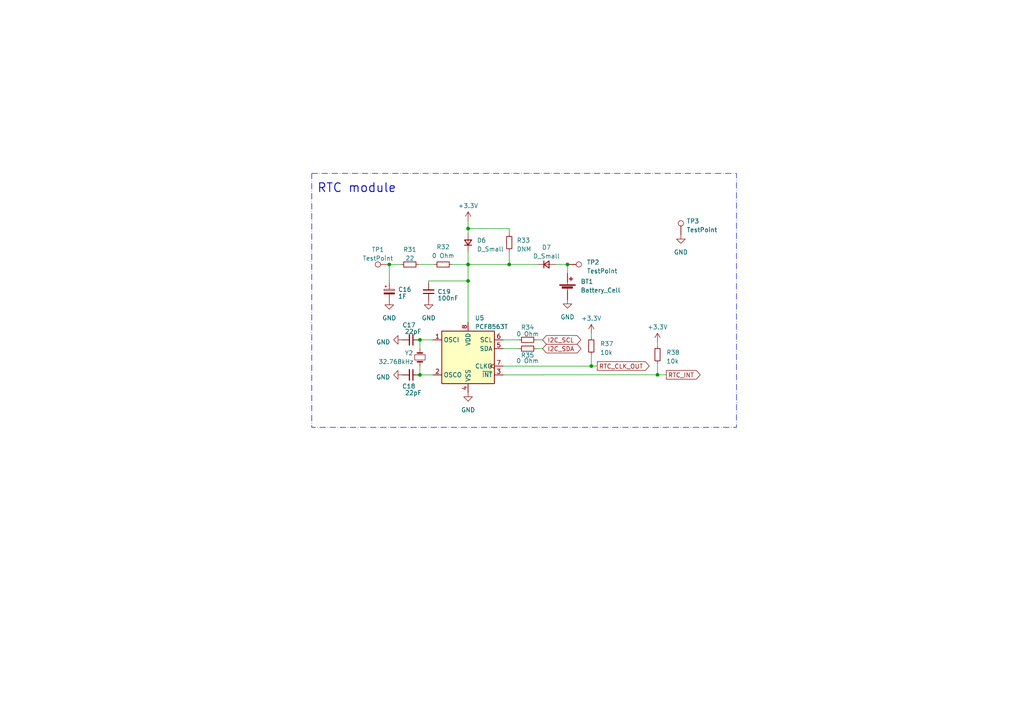
<source format=kicad_sch>
(kicad_sch (version 20230121) (generator eeschema)
  (paper "A4")
  (lib_symbols
    (symbol "Connector:TestPoint" (pin_numbers hide) (pin_names (offset 0.762) hide)
      (property "Reference" "TP" (at 0 6.858 0))
      (property "Value" "TestPoint" (at 0 5.08 0))
      (symbol "TestPoint_0_1"
        (circle (center 0 3.302) (radius 0.762))
      )
      (symbol "TestPoint_1_1"
        (pin passive line (at 0 0 90) (length 2.54) (name "1") (number "1"))
      )
    )
    (symbol "Device:Battery_Cell" (pin_numbers hide) (pin_names (offset 0) hide)
      (property "Reference" "BT" (at 2.54 2.54 0))
      (property "Value" "Battery_Cell" (at 2.54 0 0))
      (symbol "Battery_Cell_0_1"
        (rectangle (start -2.286 1.778) (end 2.286 1.524) (fill (type outline)))
        (rectangle (start -1.5748 1.1938) (end 1.4732 0.6858) (fill (type outline)))
        (polyline (pts (xy 0 0.762) (xy 0 0)))
        (polyline (pts (xy 0 1.778) (xy 0 2.54)))
        (polyline (pts (xy 0.508 3.429) (xy 1.524 3.429)) (stroke (width 0.254)))
        (polyline (pts (xy 1.016 3.937) (xy 1.016 2.921)) (stroke (width 0.254)))
      )
      (symbol "Battery_Cell_1_1"
        (pin passive line (at 0 5.08 270) (length 2.54) (name "+") (number "1"))
        (pin passive line (at 0 -2.54 90) (length 2.54) (name "-") (number "2"))
      )
    )
    (symbol "Device:C_Polarized_Small" (pin_numbers hide) (pin_names (offset 0.254) hide)
      (property "Reference" "C" (at 0.254 1.778 0))
      (property "Value" "C_Polarized_Small" (at 0.254 -2.032 0))
      (symbol "C_Polarized_Small_0_1"
        (rectangle (start -1.524 -0.3048) (end 1.524 -0.6858) (fill (type outline)))
        (rectangle (start -1.524 0.6858) (end 1.524 0.3048))
        (polyline (pts (xy -1.27 1.524) (xy -0.762 1.524)))
        (polyline (pts (xy -1.016 1.27) (xy -1.016 1.778)))
      )
      (symbol "C_Polarized_Small_1_1"
        (pin passive line (at 0 2.54 270) (length 1.8542) (name "~") (number "1"))
        (pin passive line (at 0 -2.54 90) (length 1.8542) (name "~") (number "2"))
      )
    )
    (symbol "Device:C_Small" (pin_numbers hide) (pin_names (offset 0.254) hide)
      (property "Reference" "C" (at 0.254 1.778 0))
      (property "Value" "C_Small" (at 0.254 -2.032 0))
      (symbol "C_Small_0_1"
        (polyline (pts (xy -1.524 -0.508) (xy 1.524 -0.508)) (stroke (width 0.3302)))
        (polyline (pts (xy -1.524 0.508) (xy 1.524 0.508)) (stroke (width 0.3048)))
      )
      (symbol "C_Small_1_1"
        (pin passive line (at 0 2.54 270) (length 2.032) (name "~") (number "1"))
        (pin passive line (at 0 -2.54 90) (length 2.032) (name "~") (number "2"))
      )
    )
    (symbol "Device:Crystal_Small" (pin_numbers hide) (pin_names (offset 1.016) hide)
      (property "Reference" "Y" (at 0 2.54 0))
      (property "Value" "Crystal_Small" (at 0 -2.54 0))
      (symbol "Crystal_Small_0_1"
        (rectangle (start -0.762 -1.524) (end 0.762 1.524))
        (polyline (pts (xy -1.27 -0.762) (xy -1.27 0.762)) (stroke (width 0.381)))
        (polyline (pts (xy 1.27 -0.762) (xy 1.27 0.762)) (stroke (width 0.381)))
      )
      (symbol "Crystal_Small_1_1"
        (pin passive line (at -2.54 0 0) (length 1.27) (name "1") (number "1"))
        (pin passive line (at 2.54 0 180) (length 1.27) (name "2") (number "2"))
      )
    )
    (symbol "Device:D_Small" (pin_numbers hide) (pin_names (offset 0.254) hide)
      (property "Reference" "D" (at -1.27 2.032 0))
      (property "Value" "D_Small" (at -3.81 -2.032 0))
      (symbol "D_Small_0_1"
        (polyline (pts (xy -0.762 -1.016) (xy -0.762 1.016)) (stroke (width 0.254)))
        (polyline (pts (xy -0.762 0) (xy 0.762 0)))
        (polyline (pts (xy 0.762 -1.016) (xy -0.762 0) (xy 0.762 1.016) (xy 0.762 -1.016)) (stroke (width 0.254)))
      )
      (symbol "D_Small_1_1"
        (pin passive line (at -2.54 0 0) (length 1.778) (name "K") (number "1"))
        (pin passive line (at 2.54 0 180) (length 1.778) (name "A") (number "2"))
      )
    )
    (symbol "Device:R_Small" (pin_numbers hide) (pin_names (offset 0.254) hide)
      (property "Reference" "R" (at 0.762 0.508 0))
      (property "Value" "R_Small" (at 0.762 -1.016 0))
      (symbol "R_Small_0_1"
        (rectangle (start -0.762 1.778) (end 0.762 -1.778) (stroke (width 0.2032)))
      )
      (symbol "R_Small_1_1"
        (pin passive line (at 0 2.54 270) (length 0.762) (name "~") (number "1"))
        (pin passive line (at 0 -2.54 90) (length 0.762) (name "~") (number "2"))
      )
    )
    (symbol "Timer_RTC:PCF8563T"
      (property "Reference" "U" (at -7.62 8.89 0))
      (property "Value" "PCF8563T" (at 2.54 8.89 0))
      (symbol "PCF8563T_0_1"
        (rectangle (start -7.62 7.62) (end 7.62 -7.62) (stroke (width 0.254)) (fill (type background)))
      )
      (symbol "PCF8563T_1_1"
        (pin input line (at -10.16 5.08 0) (length 2.54) (name "OSCI") (number "1"))
        (pin output line (at -10.16 -5.08 0) (length 2.54) (name "OSCO") (number "2"))
        (pin output line (at 10.16 -5.08 180) (length 2.54) (name "~{INT}") (number "3"))
        (pin power_in line (at 0 -10.16 90) (length 2.54) (name "VSS") (number "4"))
        (pin bidirectional line (at 10.16 2.54 180) (length 2.54) (name "SDA") (number "5"))
        (pin input line (at 10.16 5.08 180) (length 2.54) (name "SCL") (number "6"))
        (pin output clock (at 10.16 -2.54 180) (length 2.54) (name "CLKO") (number "7"))
        (pin power_in line (at 0 10.16 270) (length 2.54) (name "VDD") (number "8"))
      )
    )
    (symbol "power:+3.3V" (power) (pin_names (offset 0))
      (property "Value" "+3.3V" (at 0 3.556 0))
      (symbol "+3.3V_0_1"
        (polyline (pts (xy -0.762 1.27) (xy 0 2.54)))
        (polyline (pts (xy 0 0) (xy 0 2.54)))
        (polyline (pts (xy 0 2.54) (xy 0.762 1.27)))
      )
      (symbol "+3.3V_1_1"
        (pin power_in line (at 0 0 90) (length 0) hide (name "+3.3V") (number "1"))
      )
    )
    (symbol "power:GND" (power) (pin_names (offset 0))
      (property "Value" "GND" (at 0 -3.81 0))
      (symbol "GND_0_1"
        (polyline (pts (xy 0 0) (xy 0 -1.27) (xy 1.27 -1.27) (xy 0 -2.54) (xy -1.27 -1.27) (xy 0 -1.27)))
      )
      (symbol "GND_1_1"
        (pin power_in line (at 0 0 270) (length 0) hide (name "GND") (number "1"))
      )
    )
  )
  (junction (at 135.763 81.4832))
  (junction (at 171.5008 106.172))
  (junction (at 121.793 108.7374))
  (junction (at 112.903 76.708))
  (junction (at 190.7032 108.712))
  (junction (at 135.763 66.294))
  (junction (at 147.701 76.708))
  (junction (at 121.793 98.5774))
  (junction (at 135.763 76.708))
  (junction (at 164.592 76.708))
  (wire (pts (xy 147.701 66.294) (xy 135.763 66.294)))
  (wire (pts (xy 190.7032 108.712) (xy 193.2686 108.712)))
  (wire (pts (xy 135.763 76.708) (xy 147.701 76.708)))
  (wire (pts (xy 190.7032 99.187) (xy 190.7032 100.33)))
  (wire (pts (xy 112.903 76.708) (xy 116.332 76.708)))
  (wire (pts (xy 157.5054 108.712) (xy 157.5054 108.7374)))
  (wire (pts (xy 190.7032 105.41) (xy 190.7032 108.712)))
  (wire (pts (xy 157.5054 108.7374) (xy 145.923 108.7374)))
  (wire (pts (xy 135.763 64.008) (xy 135.763 66.294)))
  (wire (pts (xy 157.5054 108.712) (xy 190.7032 108.712)))
  (wire (pts (xy 135.763 76.708) (xy 135.763 81.4832)))
  (wire (pts (xy 171.5008 96.6724) (xy 171.5008 97.8154)))
  (wire (pts (xy 121.412 76.708) (xy 125.984 76.708)))
  (wire (pts (xy 155.575 98.5774) (xy 157.353 98.5774)))
  (wire (pts (xy 145.923 98.5774) (xy 150.495 98.5774)))
  (wire (pts (xy 135.763 81.4832) (xy 135.763 93.4974)))
  (wire (pts (xy 147.701 76.708) (xy 155.956 76.708)))
  (wire (pts (xy 147.701 72.898) (xy 147.701 76.708)))
  (wire (pts (xy 125.603 108.7374) (xy 121.793 108.7374)))
  (wire (pts (xy 135.763 66.294) (xy 135.763 67.818)))
  (wire (pts (xy 145.923 106.1974) (xy 171.5008 106.1974)))
  (wire (pts (xy 125.603 98.5774) (xy 121.793 98.5774)))
  (wire (pts (xy 121.793 108.7374) (xy 121.793 106.1974)))
  (wire (pts (xy 135.763 72.898) (xy 135.763 76.708)))
  (wire (pts (xy 121.793 98.5774) (xy 121.793 101.1174)))
  (wire (pts (xy 171.5008 106.172) (xy 171.5008 106.1974)))
  (wire (pts (xy 161.036 76.708) (xy 164.592 76.708)))
  (wire (pts (xy 131.064 76.708) (xy 135.763 76.708)))
  (wire (pts (xy 171.5008 106.172) (xy 173.228 106.172)))
  (wire (pts (xy 164.592 79.248) (xy 164.592 76.708)))
  (wire (pts (xy 135.763 81.4832) (xy 124.333 81.4832)))
  (wire (pts (xy 124.333 81.4832) (xy 124.333 82.0674)))
  (wire (pts (xy 147.701 67.818) (xy 147.701 66.294)))
  (wire (pts (xy 171.5008 102.8954) (xy 171.5008 106.172)))
  (wire (pts (xy 145.923 101.1174) (xy 150.495 101.1174)))
  (wire (pts (xy 112.903 76.708) (xy 112.903 82.0674)))
  (wire (pts (xy 155.575 101.1174) (xy 157.353 101.1174)))
  (rectangle (start 90.424 50.292) (end 213.614 123.952) (stroke (width 0) (type dash_dot)))
  (text "RTC module" (at 91.948 56.134 0) (effects (font (size 2.54 2.54) (thickness 0.254) bold) (justify left bottom)))
  (global_label "I2C_SDA" (shape bidirectional) (at 157.353 101.1174 0) (property "Intersheetrefs" "${INTERSHEET_REFS}" (effects hide)))
  (global_label "RTC_CLK_OUT" (shape output) (at 173.228 106.172 0) (property "Intersheetrefs" "${INTERSHEET_REFS}" (effects hide)))
  (global_label "I2C_SCL" (shape bidirectional) (at 157.353 98.5774 0) (property "Intersheetrefs" "${INTERSHEET_REFS}" (effects hide)))
  (global_label "RTC_INT" (shape output) (at 193.2686 108.712 0) (property "Intersheetrefs" "${INTERSHEET_REFS}" (effects hide)))
  (symbol (lib_id "Device:R_Small") (at 147.701 70.358 180) (unit 1)
    (property "Reference" "R33" (at 149.86 69.723 0) (effects (justify right)))
    (property "Value" "DNM" (at 149.86 72.263 0) (effects (justify right)))
    (property "Footprint" "Resistor_SMD:R_0402_1005Metric_Pad0.72x0.64mm_HandSolder" (effects hide))
    (property "LCSC" "C21189" (effects hide))
  )
  (symbol (lib_id "Device:C_Small") (at 119.253 108.7374 270) (unit 1)
    (property "Reference" "C18" (at 120.523 112.0394 90) (effects (justify right)))
    (property "Value" "22pF" (at 122.301 113.9444 90) (effects (justify right)))
    (property "Footprint" "Capacitor_SMD:C_0402_1005Metric" (effects hide))
    (property "LCSC" "C1555" (effects hide))
  )
  (symbol (lib_id "Device:Crystal_Small") (at 121.793 103.6574 90) (unit 1)
    (property "Reference" "Y2" (at 117.348 102.3874 90) (effects (justify right)))
    (property "Value" "32.768kHz" (at 109.728 104.9274 90) (effects (justify right)))
    (property "Footprint" "Crystal:Crystal_SMD_MicroCrystal_CC7V-T1A-2Pin_3.2x1.5mm" (effects hide))
    (property "LCSC" "C32346" (effects hide))
  )
  (symbol (lib_id "Device:D_Small") (at 135.763 70.358 90) (unit 1)
    (property "Reference" "D6" (at 138.303 69.723 90) (effects (justify right)))
    (property "Value" "D_Small" (at 138.303 72.263 90) (effects (justify right)))
    (property "Footprint" "Diode_SMD:D_SOD-123" (effects hide))
    (property "Sim.Device" "D" (effects hide))
    (property "Sim.Pins" "1=K 2=A" (effects hide))
    (property "LCSC" "C81598" (effects hide))
  )
  (symbol (lib_id "power:GND") (at 135.763 113.8174 0) (unit 1)
    (property "Reference" "#PWR057" (effects hide))
    (property "Value" "GND" (at 135.763 118.8974 0))
  )
  (symbol (lib_id "Device:Battery_Cell") (at 164.592 84.328 0) (unit 1)
    (property "Reference" "BT1" (at 168.402 81.661 0) (effects (justify left)))
    (property "Value" "Battery_Cell" (at 168.402 84.201 0) (effects (justify left)))
    (property "Footprint" "Battery:BatteryHolder_Keystone_3002_1x2032" (effects hide))
    (property "TME" "https://www.tme.eu/en/details/keys3002/batteries-containers-and-holders/keystone/3002/" (effects hide))
  )
  (symbol (lib_id "power:+3.3V") (at 171.5008 96.6724 0) (mirror y) (unit 1)
    (property "Reference" "#PWR?" (effects hide))
    (property "Value" "+3.3V" (at 171.5008 92.3544 0))
    (instances (project "clock-control-board" (path "" (reference "#PWR?") (unit 1)) (path "" (reference "#PWR?") (unit 1)) (path "" (reference "#PWR?") (unit 1)) (path "" (reference "#PWR059") (unit 1))))
  )
  (symbol (lib_id "Device:D_Small") (at 158.496 76.708 0) (unit 1)
    (property "Reference" "D7" (at 158.496 71.755 0))
    (property "Value" "D_Small" (at 158.496 74.295 0))
    (property "Footprint" "Diode_SMD:D_SOD-123" (effects hide))
    (property "Sim.Device" "D" (effects hide))
    (property "Sim.Pins" "1=K 2=A" (effects hide))
    (property "LCSC" "C81598" (effects hide))
  )
  (symbol (lib_id "power:+3.3V") (at 190.7032 99.187 0) (mirror y) (unit 1)
    (property "Reference" "#PWR?" (effects hide))
    (property "Value" "+3.3V" (at 190.7032 94.869 0))
    (instances (project "clock-control-board" (path "" (reference "#PWR?") (unit 1)) (path "" (reference "#PWR?") (unit 1)) (path "" (reference "#PWR?") (unit 1)) (path "" (reference "#PWR060") (unit 1))))
  )
  (symbol (lib_id "Device:C_Polarized_Small") (at 112.903 84.6074 0) (unit 1)
    (property "Reference" "C16" (at 115.443 83.9724 0) (effects (justify left)))
    (property "Value" "1F" (at 115.443 85.9663 0) (effects (justify left)))
    (property "Footprint" "Capacitor_THT:CP_Radial_D12.5mm_P5.00mm" (effects hide))
  )
  (symbol (lib_id "Connector:TestPoint") (at 112.903 76.708 90) (unit 1)
    (property "Reference" "TP1" (at 109.601 72.39 90))
    (property "Value" "TestPoint" (at 109.601 74.93 90))
    (property "Footprint" "TestPoint:TestPoint_THTPad_D1.0mm_Drill0.5mm" (effects hide))
  )
  (symbol (lib_id "power:GND") (at 112.903 87.1474 0) (unit 1)
    (property "Reference" "#PWR052" (effects hide))
    (property "Value" "GND" (at 112.903 92.2274 0))
  )
  (symbol (lib_id "power:GND") (at 116.713 108.7374 270) (unit 1)
    (property "Reference" "#PWR054" (effects hide))
    (property "Value" "GND" (at 113.157 109.3724 90) (effects (justify right)))
  )
  (symbol (lib_id "power:GND") (at 116.713 98.5774 270) (unit 1)
    (property "Reference" "#PWR053" (effects hide))
    (property "Value" "GND" (at 113.1824 99.2124 90) (effects (justify right)))
  )
  (symbol (lib_id "Device:C_Small") (at 124.333 84.6074 180) (unit 1)
    (property "Reference" "C19" (at 126.873 84.6074 0) (effects (justify right)))
    (property "Value" "100nF" (at 126.873 86.506 0) (effects (justify right)))
    (property "Footprint" "Capacitor_SMD:C_0402_1005Metric" (effects hide))
    (property "LCSC" "C1525" (effects hide))
  )
  (symbol (lib_id "Device:R_Small") (at 153.035 98.5774 90) (unit 1)
    (property "Reference" "R34" (at 153.035 94.9452 90))
    (property "Value" "0 Ohm" (at 153.035 96.8756 90))
    (property "Footprint" "Resistor_SMD:R_0402_1005Metric_Pad0.72x0.64mm_HandSolder" (effects hide))
    (property "LCSC" "C21189" (effects hide))
  )
  (symbol (lib_id "Device:R_Small") (at 128.524 76.708 90) (unit 1)
    (property "Reference" "R32" (at 128.524 71.628 90))
    (property "Value" "0 Ohm" (at 128.524 74.168 90))
    (property "Footprint" "Resistor_SMD:R_0402_1005Metric_Pad0.72x0.64mm_HandSolder" (effects hide))
    (property "LCSC" "C21189" (effects hide))
  )
  (symbol (lib_id "Connector:TestPoint") (at 164.592 76.708 270) (unit 1)
    (property "Reference" "TP2" (at 170.18 76.073 90) (effects (justify left)))
    (property "Value" "TestPoint" (at 170.18 78.613 90) (effects (justify left)))
    (property "Footprint" "TestPoint:TestPoint_THTPad_D1.0mm_Drill0.5mm" (effects hide))
  )
  (symbol (lib_id "Device:R_Small") (at 190.7032 102.87 180) (unit 1)
    (property "Reference" "R38" (at 193.2432 102.235 0) (effects (justify right)))
    (property "Value" "10k" (at 193.2432 104.775 0) (effects (justify right)))
    (property "Footprint" "Resistor_SMD:R_0402_1005Metric" (effects hide))
    (property "LCSC" "C25744" (effects hide))
  )
  (symbol (lib_id "Device:C_Small") (at 119.253 98.5774 270) (unit 1)
    (property "Reference" "C17" (at 120.5738 94.2848 90) (effects (justify right)))
    (property "Value" "22pF" (at 122.2502 96.1644 90) (effects (justify right)))
    (property "Footprint" "Capacitor_SMD:C_0402_1005Metric" (effects hide))
    (property "LCSC" "C1555" (effects hide))
  )
  (symbol (lib_id "power:GND") (at 124.333 87.1474 0) (unit 1)
    (property "Reference" "#PWR055" (effects hide))
    (property "Value" "GND" (at 124.333 92.2274 0))
  )
  (symbol (lib_id "power:GND") (at 164.592 86.868 0) (unit 1)
    (property "Reference" "#PWR058" (effects hide))
    (property "Value" "GND" (at 164.592 91.948 0))
  )
  (symbol (lib_id "Timer_RTC:PCF8563T") (at 135.763 103.6574 0) (unit 1)
    (property "Reference" "U5" (at 137.7189 92.2274 0) (effects (justify left)))
    (property "Value" "PCF8563T" (at 137.7189 94.7674 0) (effects (justify left)))
    (property "Footprint" "Package_SO:SOIC-8_3.9x4.9mm_P1.27mm" (effects hide))
    (property "Datasheet" "https://www.nxp.com/docs/en/data-sheet/PCF8563.pdf" (effects hide))
    (property "LCSC" "C7440" (effects hide))
  )
  (symbol (lib_id "Device:R_Small") (at 118.872 76.708 90) (unit 1)
    (property "Reference" "R31" (at 118.872 72.39 90))
    (property "Value" "22" (at 118.872 74.93 90))
    (property "Footprint" "Resistor_SMD:R_0402_1005Metric" (effects hide))
    (property "LCSC" "C25092" (effects hide))
  )
  (symbol (lib_id "Device:R_Small") (at 153.035 101.1174 90) (unit 1)
    (property "Reference" "R35" (at 153.0096 103.0224 90))
    (property "Value" "0 Ohm" (at 153.0096 104.648 90))
    (property "Footprint" "Resistor_SMD:R_0402_1005Metric_Pad0.72x0.64mm_HandSolder" (effects hide))
    (property "LCSC" "C21189" (effects hide))
  )
  (symbol (lib_id "power:+3.3V") (at 135.763 64.008 0) (mirror y) (unit 1)
    (property "Reference" "#PWR?" (effects hide))
    (property "Value" "+3.3V" (at 135.763 59.69 0))
    (instances (project "clock-control-board" (path "" (reference "#PWR?") (unit 1)) (path "" (reference "#PWR?") (unit 1)) (path "" (reference "#PWR?") (unit 1)) (path "" (reference "#PWR056") (unit 1))))
  )
  (symbol (lib_id "power:GND") (at 197.485 68.072 0) (unit 1)
    (property "Reference" "#PWR0119" (effects hide))
    (property "Value" "GND" (at 197.485 73.152 0))
  )
  (symbol (lib_id "Connector:TestPoint") (at 197.485 68.072 0) (unit 1)
    (property "Reference" "TP3" (at 199.136 64.135 0) (effects (justify left)))
    (property "Value" "TestPoint" (at 199.136 66.675 0) (effects (justify left)))
    (property "Footprint" "TestPoint:TestPoint_THTPad_D1.0mm_Drill0.5mm" (effects hide))
  )
  (symbol (lib_id "Device:R_Small") (at 171.5008 100.3554 180) (unit 1)
    (property "Reference" "R37" (at 174.0408 99.7204 0) (effects (justify right)))
    (property "Value" "10k" (at 174.0408 102.2604 0) (effects (justify right)))
    (property "Footprint" "Resistor_SMD:R_0402_1005Metric" (effects hide))
    (property "LCSC" "C25744" (effects hide))
  )
)
</source>
